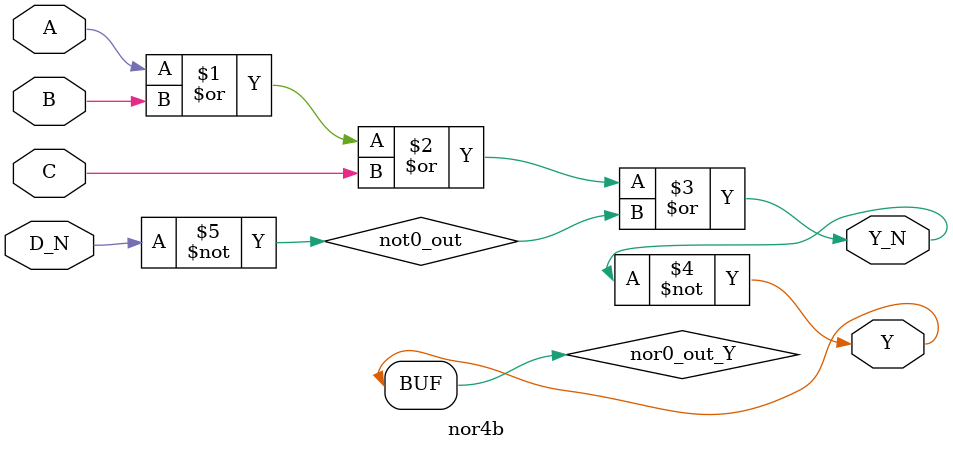
<source format=v>
module nor4b (
    Y  ,
    Y_N,
    A  ,
    B  ,
    C  ,
    D_N
);

    // Module ports
    output Y  ;
    output Y_N;
    input  A  ;
    input  B  ;
    input  C  ;
    input  D_N;

    // Local signals
    wire not0_out  ;
    wire nor0_out_Y;

    // Implement NOT gate using built-in "not" primitive
    not not0 (not0_out, D_N);

    // Implement NOR gate using built-in "nor" primitive
    nor nor0 (nor0_out_Y, A, B, C, not0_out);

    // Implement buffer to invert output of NOR gate
    buf buf0 (Y, nor0_out_Y);
    not not1 (Y_N, Y);

endmodule
</source>
